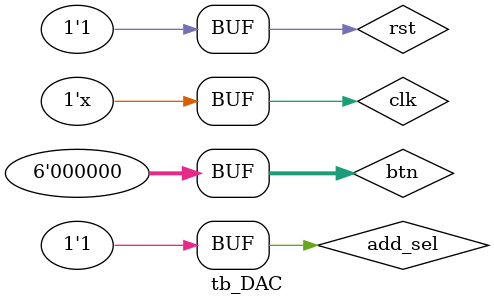
<source format=v>
`timescale 1ns / 1ps


module tb_DAC();

reg clk, rst;
reg[5:0] btn;
reg add_sel;
wire dac_csn, dac_ldacn, dac_wrn, dac_a_b;
wire[7:0] dac_d;
wire[7:0] led_out;
wire[7:0] seg_sel;
wire[7:0] seg_data;
wire LCD_E, LCD_RS, LCD_RW;
wire[7:0] LCD_DATA;

DAC tb(clk, rst, btn, add_sel, dac_csn, dac_ldacn, dac_wrn, dac_a_b, dac_d, led_out, seg_data, seg_sel,LCD_E, LCD_RS, LCD_RW, LCD_DATA);

initial begin
    rst <= 0; clk <= 0; btn <= 5'b00000; add_sel <= 0; #10
    rst <= 1; #100
    btn <= 6'b000001; #50 btn <= 6'b000000; #50
    btn <= 6'b000001; #50 btn <= 6'b000000; #50
    btn <= 6'b000001; #50 btn <= 6'b000000; #50
    btn <= 6'b000001; #50 btn <= 6'b000000; #50
    btn <= 6'b000001; #50 btn <= 6'b000000; #50
    btn <= 6'b000001; #50 btn <= 6'b000000; #50
    btn <= 6'b000001; #50 btn <= 6'b000000; #50
    btn <= 6'b000001; #50 btn <= 6'b000000; #50
    btn <= 6'b000001; #50 btn <= 6'b000000; #50
    btn <= 6'b000001; #50 btn <= 6'b000000; #50
    btn <= 6'b000001; #50 btn <= 6'b000000; #50
    btn <= 6'b000001; #50 btn <= 6'b000000;
    add_sel <= 1; 
end

always
    #0.05 clk <= ~clk;
endmodule

</source>
